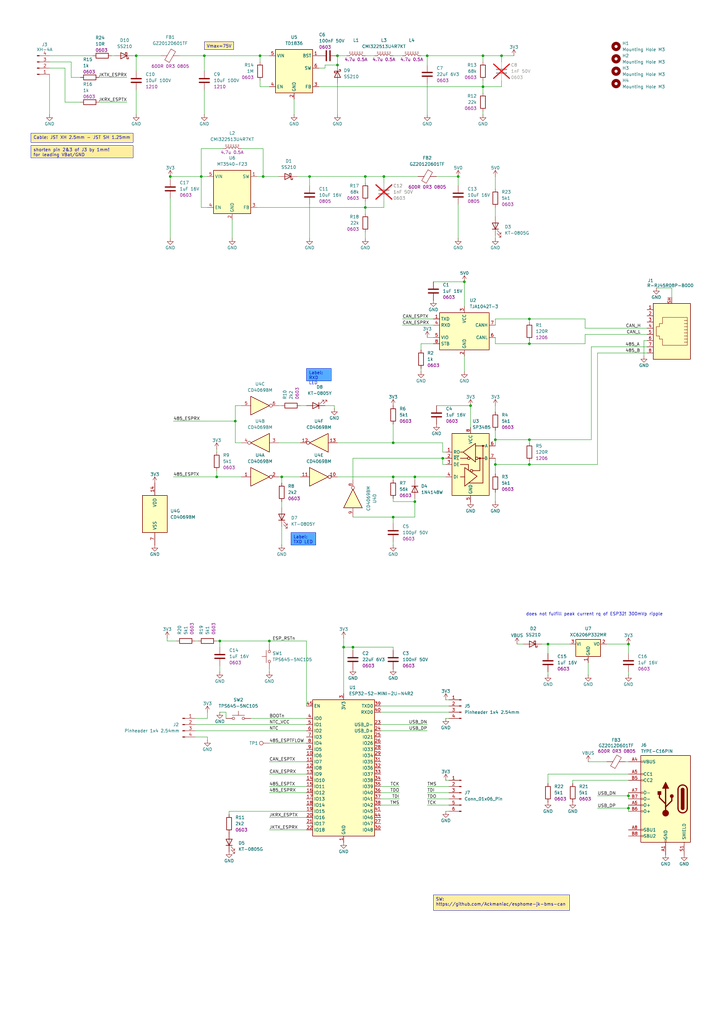
<source format=kicad_sch>
(kicad_sch (version 20250114) (generator "eeschema") (generator_version "9.0")
  (paper "A3" portrait)
  (title_block (title "CAN+RS485 to JK BMS Gateway") (date "2025-05-11") (rev "1. 0") (company "Alexander Schröter (M. Sc.)"))
  (text "does not fulfill peak current rq of ESP32! 300mVp ripple" (at 243.84 251.968 0) (effects (font (size 1.27 1.27))))
  (text_box "Label:\nRXD LED" (at 125.73 151.13 0) (size 10.16 5.08) (margins 0.9525 0.9525 0.9525 0.9525) (fill (type color) (color 84 173 255 1)) (effects (font (size 1.27 1.27)) (justify left top)))
  (text_box "shorten pin 2&3 of J3 by 1mm!\nfor leading VBat/GND" (at 12.7 59.69 0) (size 41.91 5.08) (margins 0.9525 0.9525 0.9525 0.9525) (fill (type color) (color 255 238 160 1)) (effects (font (size 1.27 1.27)) (justify left top)))
  (text_box "Label:\nTXD LED" (at 119.38 218.44 0) (size 10.16 5.08) (margins 0.9525 0.9525 0.9525 0.9525) (fill (type color) (color 84 173 255 1)) (effects (font (size 1.27 1.27)) (justify left top)))
  (text_box "Cable: JST XH 2.5mm - JST SH 1.25mm" (at 12.7 54.61 0) (size 41.91 3.81) (margins 0.9525 0.9525 0.9525 0.9525) (fill (type color) (color 255 238 160 1)) (effects (font (size 1.27 1.27)) (justify left top)))
  (text_box "SW: https://github.com/Ackmaniac/esphome-jk-bms-can" (at 177.8 367.03 0) (size 55.88 6.35) (margins 0.9525 0.9525 0.9525 0.9525) (fill (type color) (color 255 238 160 1)) (effects (font (size 1.27 1.27)) (justify left top)))
  (text_box "Vmax=75V" (at 83.82 17.145 0) (size 12.065 3.175) (margins 0.9525 0.9525 0.9525 0.9525) (fill (type color) (color 255 238 160 1)) (effects (font (size 1.27 1.27)) (justify left top)))
  (junction (at 69.85 72.39))
  (junction (at 106.68 22.86))
  (junction (at 157.48 72.39))
  (junction (at 138.43 22.86))
  (junction (at 170.18 195.58))
  (junction (at 205.74 22.86))
  (junction (at 198.12 22.86))
  (junction (at 82.55 72.39))
  (junction (at 90.17 262.89))
  (junction (at 161.29 181.61))
  (junction (at 161.29 195.58))
  (junction (at 170.18 205.74))
  (junction (at 88.9 195.58))
  (junction (at 149.86 72.39))
  (junction (at 198.12 35.56))
  (junction (at 190.5 115.57))
  (junction (at 83.82 22.86))
  (junction (at 107.95 72.39))
  (junction (at 55.88 22.86))
  (junction (at 217.17 130.81))
  (junction (at 181.61 187.96))
  (junction (at 138.43 26.67))
  (junction (at 110.49 262.89))
  (junction (at 217.17 180.34))
  (junction (at 144.78 265.43))
  (junction (at 115.57 195.58))
  (junction (at 203.2 190.5))
  (junction (at 187.96 72.39))
  (junction (at 96.52 172.72))
  (junction (at 149.86 85.09))
  (junction (at 257.81 326.39))
  (junction (at 224.79 264.16))
  (junction (at 217.17 190.5))
  (junction (at 127 72.39))
  (junction (at 257.81 331.47))
  (junction (at 217.17 140.97))
  (junction (at 175.26 22.86))
  (junction (at 140.97 265.43))
  (junction (at 161.29 212.09))
  (junction (at 203.2 180.34))
  (junction (at 257.81 264.16))
  (junction (at 193.04 166.37))
  (wire (pts (xy 156.21 297.18) (xy 175.26 297.18)))
  (wire (pts (xy 149.86 95.25) (xy 149.86 97.79)))
  (wire (pts (xy 203.2 180.34) (xy 203.2 182.88)))
  (wire (pts (xy 114.3 166.37) (xy 115.57 166.37)))
  (wire (pts (xy 172.72 152.4) (xy 172.72 151.13)))
  (wire (pts (xy 179.07 166.37) (xy 193.04 166.37)))
  (wire (pts (xy 85.09 85.09) (xy 82.55 85.09)))
  (wire (pts (xy 96.52 166.37) (xy 96.52 172.72)))
  (wire (pts (xy 193.04 166.37) (xy 193.04 175.26)))
  (wire (pts (xy 92.71 292.1) (xy 92.71 294.64)))
  (wire (pts (xy 217.17 130.81) (xy 240.03 130.81)))
  (wire (pts (xy 190.5 115.57) (xy 190.5 125.73)))
  (wire (pts (xy 55.88 36.83) (xy 55.88 46.99)))
  (wire (pts (xy 110.49 22.86) (xy 106.68 22.86)))
  (wire (pts (xy 140.97 265.43) (xy 140.97 284.48)))
  (wire (pts (xy 96.52 166.37) (xy 99.06 166.37)))
  (wire (pts (xy 114.3 181.61) (xy 123.19 181.61)))
  (wire (pts (xy 198.12 46.99) (xy 198.12 45.72)))
  (wire (pts (xy 205.74 35.56) (xy 205.74 33.02)))
  (wire (pts (xy 203.2 190.5) (xy 203.2 187.96)))
  (wire (pts (xy 257.81 330.2) (xy 257.81 331.47)))
  (wire (pts (xy 80.01 294.64) (xy 85.09 294.64)))
  (wire (pts (xy 203.2 180.34) (xy 217.17 180.34)))
  (wire (pts (xy 175.26 325.12) (xy 184.15 325.12)))
  (wire (pts (xy 144.78 265.43) (xy 161.29 265.43)))
  (wire (pts (xy 181.61 190.5) (xy 181.61 187.96)))
  (wire (pts (xy 71.12 195.58) (xy 88.9 195.58)))
  (wire (pts (xy 265.43 139.7) (xy 264.16 139.7)))
  (wire (pts (xy 179.07 72.39) (xy 187.96 72.39)))
  (wire (pts (xy 275.59 118.11) (xy 269.24 118.11)))
  (wire (pts (xy 133.35 27.94) (xy 130.81 27.94)))
  (wire (pts (xy 245.11 190.5) (xy 245.11 144.78)))
  (wire (pts (xy 55.88 22.86) (xy 55.88 29.21)))
  (wire (pts (xy 182.88 195.58) (xy 170.18 195.58)))
  (wire (pts (xy 106.68 35.56) (xy 106.68 33.02)))
  (wire (pts (xy 181.61 187.96) (xy 144.78 187.96)))
  (wire (pts (xy 203.2 176.53) (xy 203.2 180.34)))
  (wire (pts (xy 95.25 90.17) (xy 95.25 97.79)))
  (wire (pts (xy 20.32 46.99) (xy 20.32 30.48)))
  (wire (pts (xy 163.83 330.2) (xy 156.21 330.2)))
  (wire (pts (xy 90.17 262.89) (xy 88.9 262.89)))
  (wire (pts (xy 125.73 289.56) (xy 125.73 262.89)))
  (wire (pts (xy 107.95 60.96) (xy 107.95 72.39)))
  (wire (pts (xy 240.03 137.16) (xy 240.03 140.97)))
  (wire (pts (xy 156.21 292.1) (xy 184.15 292.1)))
  (wire (pts (xy 224.79 275.59) (xy 224.79 276.86)))
  (wire (pts (xy 85.09 294.64) (xy 85.09 292.1)))
  (wire (pts (xy 257.81 331.47) (xy 257.81 332.74)))
  (wire (pts (xy 91.44 60.96) (xy 82.55 60.96)))
  (wire (pts (xy 138.43 22.86) (xy 138.43 26.67)))
  (wire (pts (xy 224.79 317.5) (xy 257.81 317.5)))
  (wire (pts (xy 110.49 335.28) (xy 125.73 335.28)))
  (wire (pts (xy 125.73 332.74) (xy 93.98 332.74)))
  (wire (pts (xy 157.48 72.39) (xy 171.45 72.39)))
  (wire (pts (xy 40.64 41.91) (xy 52.07 41.91)))
  (wire (pts (xy 198.12 33.02) (xy 198.12 35.56)))
  (wire (pts (xy 26.67 41.91) (xy 33.02 41.91)))
  (wire (pts (xy 217.17 180.34) (xy 217.17 181.61)))
  (wire (pts (xy 114.3 195.58) (xy 115.57 195.58)))
  (wire (pts (xy 224.79 264.16) (xy 224.79 267.97)))
  (wire (pts (xy 170.18 205.74) (xy 170.18 212.09)))
  (wire (pts (xy 240.03 134.62) (xy 265.43 134.62)))
  (wire (pts (xy 245.11 331.47) (xy 257.81 331.47)))
  (wire (pts (xy 163.83 325.12) (xy 156.21 325.12)))
  (wire (pts (xy 222.25 264.16) (xy 224.79 264.16)))
  (wire (pts (xy 55.88 22.86) (xy 66.04 22.86)))
  (wire (pts (xy 133.35 166.37) (xy 137.16 166.37)))
  (wire (pts (xy 157.48 74.93) (xy 157.48 72.39)))
  (wire (pts (xy 175.26 22.86) (xy 175.26 26.67)))
  (wire (pts (xy 99.06 60.96) (xy 107.95 60.96)))
  (wire (pts (xy 26.67 27.94) (xy 26.67 41.91)))
  (wire (pts (xy 264.16 139.7) (xy 264.16 146.05)))
  (wire (pts (xy 149.86 82.55) (xy 149.86 85.09)))
  (wire (pts (xy 115.57 215.9) (xy 115.57 223.52)))
  (wire (pts (xy 83.82 22.86) (xy 83.82 29.21)))
  (wire (pts (xy 73.66 22.86) (xy 83.82 22.86)))
  (wire (pts (xy 123.19 166.37) (xy 125.73 166.37)))
  (wire (pts (xy 130.81 35.56) (xy 198.12 35.56)))
  (wire (pts (xy 120.65 46.99) (xy 120.65 40.64)))
  (wire (pts (xy 182.88 332.74) (xy 184.15 332.74)))
  (wire (pts (xy 85.09 302.26) (xy 80.01 302.26)))
  (wire (pts (xy 99.06 181.61) (xy 96.52 181.61)))
  (wire (pts (xy 182.88 190.5) (xy 181.61 190.5)))
  (wire (pts (xy 149.86 22.86) (xy 153.67 22.86)))
  (wire (pts (xy 149.86 85.09) (xy 149.86 87.63)))
  (wire (pts (xy 175.26 327.66) (xy 184.15 327.66)))
  (wire (pts (xy 133.35 26.67) (xy 133.35 27.94)))
  (wire (pts (xy 161.29 265.43) (xy 161.29 266.7)))
  (wire (pts (xy 217.17 189.23) (xy 217.17 190.5)))
  (wire (pts (xy 144.78 212.09) (xy 161.29 212.09)))
  (wire (pts (xy 138.43 181.61) (xy 161.29 181.61)))
  (wire (pts (xy 242.57 142.24) (xy 265.43 142.24)))
  (wire (pts (xy 203.2 201.93) (xy 203.2 205.74)))
  (wire (pts (xy 240.03 134.62) (xy 240.03 130.81)))
  (wire (pts (xy 110.49 35.56) (xy 106.68 35.56)))
  (wire (pts (xy 110.49 262.89) (xy 110.49 264.16)))
  (wire (pts (xy 203.2 190.5) (xy 217.17 190.5)))
  (wire (pts (xy 161.29 181.61) (xy 181.61 181.61)))
  (wire (pts (xy 144.78 187.96) (xy 144.78 196.85)))
  (wire (pts (xy 82.55 85.09) (xy 82.55 72.39)))
  (wire (pts (xy 137.16 167.64) (xy 137.16 166.37)))
  (wire (pts (xy 187.96 72.39) (xy 187.96 76.2)))
  (wire (pts (xy 157.48 85.09) (xy 157.48 82.55)))
  (wire (pts (xy 161.29 222.25) (xy 161.29 223.52)))
  (wire (pts (xy 20.32 27.94) (xy 26.67 27.94)))
  (wire (pts (xy 88.9 193.04) (xy 88.9 195.58)))
  (wire (pts (xy 217.17 130.81) (xy 217.17 132.08)))
  (wire (pts (xy 205.74 22.86) (xy 205.74 25.4)))
  (wire (pts (xy 275.59 121.92) (xy 275.59 118.11)))
  (wire (pts (xy 40.64 31.75) (xy 52.07 31.75)))
  (wire (pts (xy 203.2 166.37) (xy 203.2 168.91)))
  (wire (pts (xy 161.29 214.63) (xy 161.29 212.09)))
  (wire (pts (xy 163.83 327.66) (xy 156.21 327.66)))
  (wire (pts (xy 182.88 320.04) (xy 184.15 320.04)))
  (wire (pts (xy 198.12 22.86) (xy 198.12 25.4)))
  (wire (pts (xy 96.52 172.72) (xy 96.52 181.61)))
  (wire (pts (xy 69.85 81.28) (xy 69.85 97.79)))
  (wire (pts (xy 257.81 264.16) (xy 257.81 267.97)))
  (wire (pts (xy 149.86 85.09) (xy 157.48 85.09)))
  (wire (pts (xy 156.21 299.72) (xy 175.26 299.72)))
  (wire (pts (xy 248.92 264.16) (xy 257.81 264.16)))
  (wire (pts (xy 241.3 271.78) (xy 241.3 276.86)))
  (wire (pts (xy 127 72.39) (xy 121.92 72.39)))
  (wire (pts (xy 82.55 60.96) (xy 82.55 72.39)))
  (wire (pts (xy 29.21 25.4) (xy 20.32 25.4)))
  (wire (pts (xy 115.57 205.74) (xy 115.57 208.28)))
  (wire (pts (xy 93.98 332.74) (xy 93.98 334.01)))
  (wire (pts (xy 203.2 96.52) (xy 203.2 97.79)))
  (wire (pts (xy 175.26 22.86) (xy 198.12 22.86)))
  (wire (pts (xy 83.82 36.83) (xy 83.82 46.99)))
  (wire (pts (xy 85.09 303.53) (xy 85.09 302.26)))
  (wire (pts (xy 241.3 312.42) (xy 248.92 312.42)))
  (wire (pts (xy 165.1 133.35) (xy 177.8 133.35)))
  (wire (pts (xy 172.72 140.97) (xy 172.72 143.51)))
  (wire (pts (xy 217.17 190.5) (xy 245.11 190.5)))
  (wire (pts (xy 127 83.82) (xy 127 97.79)))
  (wire (pts (xy 182.88 294.64) (xy 184.15 294.64)))
  (wire (pts (xy 170.18 195.58) (xy 161.29 195.58)))
  (wire (pts (xy 190.5 152.4) (xy 190.5 146.05)))
  (wire (pts (xy 175.26 330.2) (xy 184.15 330.2)))
  (wire (pts (xy 257.81 276.86) (xy 257.81 275.59)))
  (wire (pts (xy 203.2 140.97) (xy 203.2 138.43)))
  (wire (pts (xy 144.78 265.43) (xy 140.97 265.43)))
  (wire (pts (xy 115.57 195.58) (xy 123.19 195.58)))
  (wire (pts (xy 198.12 35.56) (xy 205.74 35.56)))
  (wire (pts (xy 257.81 326.39) (xy 257.81 327.66)))
  (wire (pts (xy 240.03 137.16) (xy 265.43 137.16)))
  (wire (pts (xy 170.18 195.58) (xy 170.18 196.85)))
  (wire (pts (xy 203.2 130.81) (xy 203.2 133.35)))
  (wire (pts (xy 181.61 185.42) (xy 182.88 185.42)))
  (wire (pts (xy 161.29 22.86) (xy 165.1 22.86)))
  (wire (pts (xy 110.49 340.36) (xy 125.73 340.36)))
  (wire (pts (xy 175.26 322.58) (xy 184.15 322.58)))
  (wire (pts (xy 102.87 294.64) (xy 125.73 294.64)))
  (wire (pts (xy 110.49 325.12) (xy 125.73 325.12)))
  (wire (pts (xy 54.61 22.86) (xy 55.88 22.86)))
  (wire (pts (xy 90.17 275.59) (xy 90.17 273.05)))
  (wire (pts (xy 198.12 22.86) (xy 205.74 22.86)))
  (wire (pts (xy 83.82 22.86) (xy 106.68 22.86)))
  (wire (pts (xy 133.35 26.67) (xy 138.43 26.67)))
  (wire (pts (xy 161.29 195.58) (xy 161.29 196.85)))
  (wire (pts (xy 257.81 325.12) (xy 257.81 326.39)))
  (wire (pts (xy 161.29 173.99) (xy 161.29 181.61)))
  (wire (pts (xy 182.88 287.02) (xy 184.15 287.02)))
  (wire (pts (xy 161.29 204.47) (xy 161.29 205.74)))
  (wire (pts (xy 245.11 144.78) (xy 265.43 144.78)))
  (wire (pts (xy 149.86 72.39) (xy 127 72.39)))
  (wire (pts (xy 45.72 22.86) (xy 46.99 22.86)))
  (wire (pts (xy 170.18 204.47) (xy 170.18 205.74)))
  (wire (pts (xy 187.96 83.82) (xy 187.96 97.79)))
  (wire (pts (xy 110.49 262.89) (xy 125.73 262.89)))
  (wire (pts (xy 234.95 320.04) (xy 257.81 320.04)))
  (wire (pts (xy 99.06 195.58) (xy 88.9 195.58)))
  (wire (pts (xy 163.83 322.58) (xy 156.21 322.58)))
  (wire (pts (xy 234.95 320.04) (xy 234.95 321.31)))
  (wire (pts (xy 203.2 140.97) (xy 217.17 140.97)))
  (wire (pts (xy 20.32 22.86) (xy 38.1 22.86)))
  (wire (pts (xy 198.12 35.56) (xy 198.12 38.1)))
  (wire (pts (xy 80.01 262.89) (xy 81.28 262.89)))
  (wire (pts (xy 149.86 72.39) (xy 149.86 74.93)))
  (wire (pts (xy 72.39 262.89) (xy 68.58 262.89)))
  (wire (pts (xy 110.49 322.58) (xy 125.73 322.58)))
  (wire (pts (xy 29.21 31.75) (xy 29.21 25.4)))
  (wire (pts (xy 80.01 299.72) (xy 125.73 299.72)))
  (wire (pts (xy 88.9 184.15) (xy 88.9 185.42)))
  (wire (pts (xy 203.2 77.47) (xy 203.2 72.39)))
  (wire (pts (xy 138.43 22.86) (xy 142.24 22.86)))
  (wire (pts (xy 217.17 139.7) (xy 217.17 140.97)))
  (wire (pts (xy 256.54 312.42) (xy 257.81 312.42)))
  (wire (pts (xy 177.8 115.57) (xy 190.5 115.57)))
  (wire (pts (xy 175.26 34.29) (xy 175.26 46.99)))
  (wire (pts (xy 203.2 85.09) (xy 203.2 88.9)))
  (wire (pts (xy 175.26 138.43) (xy 177.8 138.43)))
  (wire (pts (xy 138.43 195.58) (xy 161.29 195.58)))
  (wire (pts (xy 161.29 205.74) (xy 170.18 205.74)))
  (wire (pts (xy 68.58 262.89) (xy 68.58 261.62)))
  (wire (pts (xy 82.55 72.39) (xy 85.09 72.39)))
  (wire (pts (xy 127 72.39) (xy 127 76.2)))
  (wire (pts (xy 165.1 130.81) (xy 177.8 130.81)))
  (wire (pts (xy 156.21 289.56) (xy 184.15 289.56)))
  (wire (pts (xy 106.68 22.86) (xy 106.68 25.4)))
  (wire (pts (xy 245.11 326.39) (xy 257.81 326.39)))
  (wire (pts (xy 90.17 262.89) (xy 110.49 262.89)))
  (wire (pts (xy 224.79 317.5) (xy 224.79 321.31)))
  (wire (pts (xy 110.49 312.42) (xy 125.73 312.42)))
  (wire (pts (xy 144.78 265.43) (xy 144.78 266.7)))
  (wire (pts (xy 224.79 264.16) (xy 233.68 264.16)))
  (wire (pts (xy 110.49 304.8) (xy 125.73 304.8)))
  (wire (pts (xy 177.8 140.97) (xy 172.72 140.97)))
  (wire (pts (xy 242.57 142.24) (xy 242.57 180.34)))
  (wire (pts (xy 69.85 72.39) (xy 69.85 73.66)))
  (wire (pts (xy 90.17 265.43) (xy 90.17 262.89)))
  (wire (pts (xy 217.17 180.34) (xy 242.57 180.34)))
  (wire (pts (xy 115.57 198.12) (xy 115.57 195.58)))
  (wire (pts (xy 181.61 181.61) (xy 181.61 185.42)))
  (wire (pts (xy 110.49 317.5) (xy 125.73 317.5)))
  (wire (pts (xy 203.2 130.81) (xy 217.17 130.81)))
  (wire (pts (xy 203.2 190.5) (xy 203.2 194.31)))
  (wire (pts (xy 114.3 72.39) (xy 107.95 72.39)))
  (wire (pts (xy 181.61 187.96) (xy 182.88 187.96)))
  (wire (pts (xy 80.01 297.18) (xy 125.73 297.18)))
  (wire (pts (xy 217.17 140.97) (xy 240.03 140.97)))
  (wire (pts (xy 149.86 72.39) (xy 157.48 72.39)))
  (wire (pts (xy 161.29 212.09) (xy 170.18 212.09)))
  (wire (pts (xy 110.49 274.32) (xy 110.49 275.59)))
  (wire (pts (xy 172.72 22.86) (xy 175.26 22.86)))
  (wire (pts (xy 210.82 22.86) (xy 205.74 22.86)))
  (wire (pts (xy 29.21 31.75) (xy 33.02 31.75)))
  (wire (pts (xy 69.85 72.39) (xy 82.55 72.39)))
  (wire (pts (xy 138.43 46.99) (xy 138.43 34.29)))
  (wire (pts (xy 140.97 265.43) (xy 140.97 261.62)))
  (wire (pts (xy 212.09 264.16) (xy 214.63 264.16)))
  (wire (pts (xy 71.12 172.72) (xy 96.52 172.72)))
  (wire (pts (xy 105.41 85.09) (xy 149.86 85.09)))
  (wire (pts (xy 107.95 72.39) (xy 105.41 72.39)))
  (wire (pts (xy 90.17 292.1) (xy 92.71 292.1)))
  (label "485_B" (at 256.54 144.78 0))
  (label "485_ESPTX" (at 71.1303 195.58 0))
  (label "CAN_ESPRX" (at 165.1 133.35 0))
  (label "JKTX_ESPRX" (at 52.07 31.75 180))
  (label "NTC_VCC" (at 110.49 297.18 0))
  (label "485_ESPRX" (at 110.49 325.12 0))
  (label "CAN_H" (at 262.89 134.62 180))
  (label "USB_DN" (at 245.11 326.39 0))
  (label "NTC" (at 110.49 299.72 0))
  (label "JKRX_ESPTX" (at 110.49 335.28 0))
  (label "JKRX_ESPTX" (at 52.07 41.91 180))
  (label "BOOTn" (at 110.49 294.64 0))
  (label "TCK" (at 175.26 330.2 0))
  (label "TDO" (at 163.83 325.12 180))
  (label "USB_DP" (at 175.26 299.72 180))
  (label "TDI" (at 163.83 327.66 180))
  (label "TDO" (at 175.26 327.66 0))
  (label "CAN_ESPTX" (at 165.1 130.81 0))
  (label "JKTX_ESPRX" (at 110.49 340.36 0))
  (label "TCK" (at 163.83 322.58 180))
  (label "485_A" (at 256.54 142.24 0))
  (label "CAN_ESPRX" (at 110.49 317.5 0))
  (label "CAN_L" (at 262.89 137.16 180))
  (label "CAN_ESPTX" (at 110.49 312.42 0))
  (label "485_ESPRX" (at 71.12 172.72 0))
  (label "485_ESPTFLOW" (at 110.49 304.8 0))
  (label "485_ESPTX" (at 110.49 322.58 0))
  (label "ESP_RSTn" (at 111.76 262.89 0))
  (label "TMS" (at 163.83 330.2 180))
  (label "TDI" (at 175.26 325.12 0))
  (label "USB_DP" (at 245.11 331.47 0))
  (label "TMS" (at 175.26 322.58 0))
  (label "USB_DN" (at 175.26 297.18 180))
  (symbol (lib_id "power:GND") (at 241.3 276.86 0) (unit 1)
    (property "Reference" "#PWR054" (effects (hide yes)))
    (property "Value" "GND" (at 241.3 280.67 0))
    (property "Description" "Power symbol creates a global label with name \"GND\" , ground" (effects (hide yes)))
  )
  (symbol (lib_id "Device:C") (at 179.07 170.18 0) (unit 1)
    (property "Reference" "C4" (at 182.88 167.64 0) (effects (justify left)))
    (property "Value" "1uF 16V" (at 182.88 170.18 0) (effects (justify left)))
    (property "Footprint" "Capacitor_SMD:C_0603_1608Metric" (effects (hide yes)))
    (property "Description" "Unpolarized capacitor" (effects (hide yes)))
    (property "Package" "0603" (at 182.88 172.72 0) (effects (justify left)))
    (property "LCSC" "C1592" (effects (hide yes)))
  )
  (symbol (lib_id "Device:R") (at 41.91 22.86 90) (unit 1)
    (property "Reference" "R24" (at 39.116 15.494 90) (effects (justify right)))
    (property "Value" "10R" (at 39.116 18.034 90) (effects (justify right)))
    (property "Footprint" "Resistor_SMD:R_0603_1608Metric" (effects (hide yes)))
    (property "Description" "Resistor" (effects (hide yes)))
    (property "Package" "0603" (at 39.116 20.5741 90) (effects (justify right)))
    (property "LCSC" "C21190" (effects (hide yes)))
  )
  (symbol (lib_id "Device:R") (at 203.2 81.28 0) (unit 1)
    (property "Reference" "R23" (at 205.74 78.74 0) (effects (justify left)))
    (property "Value" "5k1" (at 205.74 81.28 0) (effects (justify left)))
    (property "Footprint" "Resistor_SMD:R_0603_1608Metric" (effects (hide yes)))
    (property "Description" "Resistor" (effects (hide yes)))
    (property "Package" "0603" (at 205.74 83.8201 0) (effects (justify left)))
    (property "LCSC" "C23186" (effects (hide yes)))
  )
  (symbol (lib_id "power:GND") (at 203.2 205.74 0) (unit 1)
    (property "Reference" "#PWR016" (effects (hide yes)))
    (property "Value" "GND" (at 203.2 209.55 0))
    (property "Description" "Power symbol creates a global label with name \"GND\" , ground" (effects (hide yes)))
  )
  (symbol (lib_id "power:GND") (at 190.5 152.4 0) (unit 1)
    (property "Reference" "#PWR08" (effects (hide yes)))
    (property "Value" "GND" (at 190.5 156.21 0))
    (property "Description" "Power symbol creates a global label with name \"GND\" , ground" (effects (hide yes)))
  )
  (symbol (lib_id "Device:C") (at 90.17 269.24 0) (unit 1)
    (property "Reference" "C14" (at 93.98 266.7 0) (effects (justify left)))
    (property "Value" "1uF 16V" (at 93.98 269.24 0) (effects (justify left)))
    (property "Footprint" "Capacitor_SMD:C_0603_1608Metric" (effects (hide yes)))
    (property "Description" "Unpolarized capacitor" (effects (hide yes)))
    (property "Package" "0603" (at 93.98 271.78 0) (effects (justify left)))
    (property "LCSC" "C1592" (effects (hide yes)))
  )
  (symbol (lib_id "Device:C") (at 69.85 77.47 0) (unit 1)
    (property "Reference" "C17" (at 73.66 74.93 0) (effects (justify left)))
    (property "Value" "1uF 16V" (at 73.66 77.47 0) (effects (justify left)))
    (property "Footprint" "Capacitor_SMD:C_0603_1608Metric" (effects (hide yes)))
    (property "Description" "Unpolarized capacitor" (effects (hide yes)))
    (property "Package" "0603" (at 73.66 80.01 0) (effects (justify left)))
    (property "LCSC" "C1592" (effects (hide yes)))
  )
  (symbol (lib_id "Device:L_Ferrite") (at 95.25 60.96 90) (unit 1)
    (property "Reference" "L2" (at 95.25 54.61 90))
    (property "Value" "CMI322513U4R7KT" (at 95.25 57.15 90))
    (property "Footprint" "Inductor_SMD:L_1210_3225Metric" (effects (hide yes)))
    (property "Description" "4.7u 0.5A" (at 95.25 62.484 90))
    (property "LCSC" "C60534" (effects (hide yes)))
  )
  (symbol (lib_id "Device:LED") (at 129.54 166.37 180) (unit 1)
    (property "Reference" "D8" (at 131.1275 158.75 0))
    (property "Value" "KT-0805Y" (at 131.1275 161.29 0))
    (property "Footprint" "LED_SMD:LED_0805_2012Metric" (effects (hide yes)))
    (property "Description" "Light emitting diode" (effects (hide yes)))
    (property "Sim.Pins" "1=K 2=A" (effects (hide yes)))
    (property "LCSC" "C2296" (effects (hide yes)))
  )
  (symbol (lib_id "power:+3V3") (at 203.2 72.39 0) (unit 1)
    (property "Reference" "#PWR058" (effects (hide yes)))
    (property "Value" "5V0" (at 203.2 68.834 0))
    (property "Description" "Power symbol creates a global label with name \"+3V3\"" (effects (hide yes)))
  )
  (symbol (lib_id "power:GND") (at 85.09 303.53 0) (unit 1)
    (property "Reference" "#PWR060" (effects (hide yes)))
    (property "Value" "GND" (at 85.09 307.34 0))
    (property "Description" "Power symbol creates a global label with name \"GND\" , ground" (effects (hide yes)))
  )
  (symbol (lib_id "4xxx:4069") (at 144.78 204.47 270) (mirror x) (unit 4)
    (property "Reference" "U4" (at 153.67 204.47 0))
    (property "Value" "CD4069BM" (at 151.13 204.47 0))
    (property "Footprint" "Package_SO:SOIC-14_3.9x8.7mm_P1.27mm" (effects (hide yes)))
    (property "Datasheet" "http://www.intersil.com/content/dam/Intersil/documents/cd40/cd4069ubms.pdf" (effects (hide yes)))
    (property "Description" "Hex inverter" (effects (hide yes)))
    (property "LCSC" "C22384785" (effects (hide yes)))
  )
  (symbol (lib_id "power:GND") (at 198.12 46.99 0) (unit 1)
    (property "Reference" "#PWR030" (effects (hide yes)))
    (property "Value" "GND" (at 198.12 50.8 0))
    (property "Description" "Power symbol creates a global label with name \"GND\" , ground" (effects (hide yes)))
  )
  (symbol (lib_id "Device:C") (at 175.26 30.48 0) (unit 1)
    (property "Reference" "C7" (at 179.07 27.94 0) (effects (justify left)))
    (property "Value" "22uF 6V3" (at 179.07 30.48 0) (effects (justify left)))
    (property "Footprint" "Capacitor_SMD:C_0603_1608Metric" (effects (hide yes)))
    (property "Datasheet" "CL10A226MQ8NRNC" (effects (hide yes)))
    (property "Description" "Unpolarized capacitor" (effects (hide yes)))
    (property "Package" "0603" (at 179.07 33.0201 0) (effects (justify left)))
    (property "LCSC" "C59461" (effects (hide yes)))
  )
  (symbol (lib_id "power:GND") (at 161.29 274.32 0) (unit 1)
    (property "Reference" "#PWR06" (effects (hide yes)))
    (property "Value" "GND" (at 161.29 278.13 0))
    (property "Description" "Power symbol creates a global label with name \"GND\" , ground" (effects (hide yes)))
  )
  (symbol (lib_id "Regulator_Linear:XC6206PxxxMR") (at 241.3 264.16 0) (unit 1)
    (property "Reference" "U7" (at 241.3 257.81 0))
    (property "Value" "XC6206P332MR" (at 241.3 260.35 0))
    (property "Footprint" "Package_TO_SOT_SMD:SOT-23-3" (effects (hide yes)))
    (property "Datasheet" "https://www.torexsemi.com/file/xc6206/XC6206.pdf" (effects (hide yes)))
    (property "Description" "Positive 60-250mA Low Dropout Regulator, Fixed Output, SOT-23" (effects (hide yes)))
    (property "LCSC" "C5446" (effects (hide yes)))
  )
  (symbol (lib_id "power:GND") (at 224.79 328.93 0) (unit 1)
    (property "Reference" "#PWR050" (effects (hide yes)))
    (property "Value" "GND" (at 224.79 332.74 0))
    (property "Description" "Power symbol creates a global label with name \"GND\" , ground" (effects (hide yes)))
  )
  (symbol (lib_id "power:GND") (at 90.17 275.59 0) (unit 1)
    (property "Reference" "#PWR040" (effects (hide yes)))
    (property "Value" "GND" (at 90.17 279.4 0))
    (property "Description" "Power symbol creates a global label with name \"GND\" , ground" (effects (hide yes)))
  )
  (symbol (lib_id "power:GND") (at 144.78 274.32 0) (unit 1)
    (property "Reference" "#PWR05" (effects (hide yes)))
    (property "Value" "GND" (at 144.78 278.13 0))
    (property "Description" "Power symbol creates a global label with name \"GND\" , ground" (effects (hide yes)))
  )
  (symbol (lib_id "power:+3V3") (at 140.97 261.62 0) (unit 1)
    (property "Reference" "#PWR010" (effects (hide yes)))
    (property "Value" "3V3" (at 140.97 258.064 0))
    (property "Description" "Power symbol creates a global label with name \"+3V3\"" (effects (hide yes)))
  )
  (symbol (lib_id "Switch:SW_Push") (at 97.79 294.64 0) (unit 1)
    (property "Reference" "SW2" (at 97.79 287.02 0))
    (property "Value" "TPS645-5NC105" (at 97.79 289.56 0))
    (property "Footprint" "Button_Switch_SMD:SW_SPST_PTS645" (effects (hide yes)))
    (property "Description" "Push button switch, generic, two pins" (effects (hide yes)))
    (property "LCSC" "C19191549" (effects (hide yes)))
  )
  (symbol (lib_id "Device:C") (at 157.48 78.74 0) (unit 1) (dnp yes)
    (property "Reference" "C12" (at 161.29 76.2 0) (effects (justify left)))
    (property "Value" "1nF 50V" (at 161.29 78.74 0) (effects (justify left)))
    (property "Footprint" "Capacitor_SMD:C_0603_1608Metric" (effects (hide yes)))
    (property "Description" "Unpolarized capacitor" (effects (hide yes)))
    (property "Package" "0603" (at 161.29 81.2801 0) (effects (justify left)))
    (property "LCSC" "C1588" (effects (hide yes)))
  )
  (symbol (lib_id "Connector:Conn_01x04_Pin") (at 189.23 289.56 0) (mirror y) (unit 1)
    (property "Reference" "J5" (at 190.5 289.5599 0) (effects (justify right)))
    (property "Value" "Pinheader 1x4 2.54mm" (at 190.5 292.0999 0) (effects (justify right)))
    (property "Footprint" "Connector_PinHeader_2.54mm:PinHeader_1x04_P2.54mm_Vertical" (effects (hide yes)))
    (property "Description" "Generic connector, single row, 01x04, script generated" (effects (hide yes)))
  )
  (symbol (lib_id "Device:FerriteBead") (at 252.73 312.42 90) (unit 1)
    (property "Reference" "FB3" (at 252.73 303.53 90))
    (property "Value" "GZ2012D601TF" (at 252.73 305.816 90))
    (property "Footprint" "Inductor_SMD:L_0805_2012Metric" (effects (hide yes)))
    (property "Description" "600R 0R3 0805" (at 252.984 308.102 90))
    (property "LCSC" "C1017" (effects (hide yes)))
  )
  (symbol (lib_id "Diode:SS210") (at 118.11 72.39 180) (unit 1)
    (property "Reference" "D1" (at 118.4275 66.04 0))
    (property "Value" "SS210" (at 118.4275 68.58 0))
    (property "Footprint" "Diode_SMD:D_SMA" (effects (hide yes)))
    (property "Datasheet" "https://www.wontop.com/uploadfiles/56/sort_excel/pdf/ss22.pdf" (effects (hide yes)))
    (property "Description" "100V 2A Schottky Diode, SMA" (effects (hide yes)))
    (property "LCSV" "C14996" (effects (hide yes)))
  )
  (symbol (lib_id "Diode:SS210") (at 138.43 30.48 270) (unit 1)
    (property "Reference" "D9" (at 140.97 28.8924 90) (effects (justify left)))
    (property "Value" "SS210" (at 140.97 31.4324 90) (effects (justify left)))
    (property "Footprint" "Diode_SMD:D_SMA" (effects (hide yes)))
    (property "Datasheet" "https://www.wontop.com/uploadfiles/56/sort_excel/pdf/ss22.pdf" (effects (hide yes)))
    (property "Description" "100V 2A Schottky Diode, SMA" (effects (hide yes)))
    (property "LCSV" "C14996" (effects (hide yes)))
  )
  (symbol (lib_id "power:+3V3") (at 161.29 166.37 0) (unit 1)
    (property "Reference" "#PWR021" (effects (hide yes)))
    (property "Value" "3V3" (at 161.29 162.814 0))
    (property "Description" "Power symbol creates a global label with name \"+3V3\"" (effects (hide yes)))
  )
  (symbol (lib_id "Connector:Conn_01x04_Pin") (at 15.24 27.94 0) (mirror x) (unit 1)
    (property "Reference" "J3" (at 18.288 18.288 0))
    (property "Value" "XH-4A" (at 18.288 20.32 0))
    (property "Footprint" "Connector_JST:JST_XH_B4B-XH-A_1x04_P2.50mm_Vertical" (effects (hide yes)))
    (property "Description" "Generic connector, single row, 01x04, script generated" (effects (hide yes)))
  )
  (symbol (lib_id "4xxx:4069") (at 106.68 166.37 0) (unit 3)
    (property "Reference" "U4" (at 106.68 157.48 0))
    (property "Value" "CD4069BM" (at 106.68 160.02 0))
    (property "Footprint" "Package_SO:SOIC-14_3.9x8.7mm_P1.27mm" (effects (hide yes)))
    (property "Datasheet" "http://www.intersil.com/content/dam/Intersil/documents/cd40/cd4069ubms.pdf" (effects (hide yes)))
    (property "Description" "Hex inverter" (effects (hide yes)))
    (property "LCSC" "C22384785" (effects (hide yes)))
  )
  (symbol (lib_id "power:GND") (at 187.96 97.79 0) (unit 1)
    (property "Reference" "#PWR039" (effects (hide yes)))
    (property "Value" "GND" (at 187.96 101.6 0))
    (property "Description" "Power symbol creates a global label with name \"GND\" , ground" (effects (hide yes)))
  )
  (symbol (lib_id "power:GND") (at 203.2 97.79 0) (unit 1)
    (property "Reference" "#PWR057" (effects (hide yes)))
    (property "Value" "GND" (at 203.2 101.6 0))
    (property "Description" "Power symbol creates a global label with name \"GND\" , ground" (effects (hide yes)))
  )
  (symbol (lib_id "power:GND") (at 127 97.79 0) (unit 1)
    (property "Reference" "#PWR037" (effects (hide yes)))
    (property "Value" "GND" (at 127 101.6 0))
    (property "Description" "Power symbol creates a global label with name \"GND\" , ground" (effects (hide yes)))
  )
  (symbol (lib_id "Device:R") (at 161.29 170.18 0) (unit 1)
    (property "Reference" "R6" (at 163.83 167.64 0) (effects (justify left)))
    (property "Value" "5k1" (at 163.83 170.18 0) (effects (justify left)))
    (property "Footprint" "Resistor_SMD:R_0603_1608Metric" (effects (hide yes)))
    (property "Description" "Resistor" (effects (hide yes)))
    (property "Package" "0603" (at 163.83 172.7201 0) (effects (justify left)))
    (property "LCSC" "C23186" (effects (hide yes)))
  )
  (symbol (lib_id "power:+3V3") (at 257.81 264.16 0) (unit 1)
    (property "Reference" "#PWR056" (effects (hide yes)))
    (property "Value" "3V3" (at 257.81 260.604 0))
    (property "Description" "Power symbol creates a global label with name \"+3V3\"" (effects (hide yes)))
  )
  (symbol (lib_id "Device:C") (at 257.81 271.78 0) (unit 1)
    (property "Reference" "C16" (at 261.62 269.24 0) (effects (justify left)))
    (property "Value" "1uF 16V" (at 261.62 271.78 0) (effects (justify left)))
    (property "Footprint" "Capacitor_SMD:C_0603_1608Metric" (effects (hide yes)))
    (property "Description" "Unpolarized capacitor" (effects (hide yes)))
    (property "Package" "0603" (at 261.62 274.32 0) (effects (justify left)))
    (property "LCSC" "C1592" (effects (hide yes)))
  )
  (symbol (lib_id "Device:R") (at 203.2 172.72 0) (unit 1)
    (property "Reference" "R4" (at 205.74 170.18 0) (effects (justify left)))
    (property "Value" "5k1" (at 205.74 172.72 0) (effects (justify left)))
    (property "Footprint" "Resistor_SMD:R_0603_1608Metric" (effects (hide yes)))
    (property "Description" "Resistor" (effects (hide yes)))
    (property "Package" "0603" (at 205.74 175.2601 0) (effects (justify left)))
    (property "LCSC" "C23186" (effects (hide yes)))
  )
  (symbol (lib_id "power:GND") (at 273.05 350.52 0) (unit 1)
    (property "Reference" "#PWR047" (effects (hide yes)))
    (property "Value" "GND" (at 273.05 354.33 0))
    (property "Description" "Power symbol creates a global label with name \"GND\" , ground" (effects (hide yes)))
  )
  (symbol (lib_id "Connector:Conn_01x06_Pin") (at 189.23 325.12 0) (mirror y) (unit 1)
    (property "Reference" "J7" (at 190.5 325.1199 0) (effects (justify right)))
    (property "Value" "Conn_01x06_Pin" (at 190.5 327.6599 0) (effects (justify right)))
    (property "Footprint" "Connector_PinHeader_2.54mm:PinHeader_1x06_P2.54mm_Vertical" (effects (hide yes)))
    (property "Description" "Generic connector, single row, 01x06, script generated" (effects (hide yes)))
  )
  (symbol (lib_id "Device:C") (at 187.96 80.01 0) (unit 1)
    (property "Reference" "C13" (at 191.77 77.47 0) (effects (justify left)))
    (property "Value" "10uF 16V" (at 191.77 80.01 0) (effects (justify left)))
    (property "Footprint" "Capacitor_SMD:C_0805_2012Metric" (effects (hide yes)))
    (property "Datasheet" "CL21A106KOQNNNE" (effects (hide yes)))
    (property "Description" "Unpolarized capacitor" (effects (hide yes)))
    (property "Package" "0805" (at 191.77 82.5501 0) (effects (justify left)))
    (property "LCSC" "C1713" (effects (hide yes)))
  )
  (symbol (lib_id "Mechanical:MountingHole") (at 252.73 19.05 0) (unit 1) (in_bom no)
    (property "Reference" "H1" (at 255.27 17.7799 0) (effects (justify left)))
    (property "Value" "Mounting Hole M3" (at 255.27 20.3199 0) (effects (justify left)))
    (property "Footprint" "MountingHole:MountingHole_3.2mm_M3_ISO7380" (effects (hide yes)))
    (property "Description" "Mounting Hole without connection" (effects (hide yes)))
  )
  (symbol (lib_id "Device:C") (at 224.79 271.78 0) (unit 1)
    (property "Reference" "C15" (at 228.6 269.24 0) (effects (justify left)))
    (property "Value" "1uF 16V" (at 228.6 271.78 0) (effects (justify left)))
    (property "Footprint" "Capacitor_SMD:C_0603_1608Metric" (effects (hide yes)))
    (property "Description" "Unpolarized capacitor" (effects (hide yes)))
    (property "Package" "0603" (at 228.6 274.32 0) (effects (justify left)))
    (property "LCSC" "C1592" (effects (hide yes)))
  )
  (symbol (lib_id "Device:C") (at 161.29 218.44 0) (unit 1)
    (property "Reference" "C5" (at 165.1 215.9 0) (effects (justify left)))
    (property "Value" "100pF 50V" (at 165.1 218.44 0) (effects (justify left)))
    (property "Footprint" "Capacitor_SMD:C_0603_1608Metric" (effects (hide yes)))
    (property "Description" "Unpolarized capacitor" (effects (hide yes)))
    (property "Package" "0603" (at 165.1 220.98 0) (effects (justify left)))
    (property "LCSC" "C14858" (effects (hide yes)))
  )
  (symbol (lib_id "power:+3V3") (at 63.5 198.12 0) (unit 1)
    (property "Reference" "#PWR023" (effects (hide yes)))
    (property "Value" "3V3" (at 63.5 194.564 0))
    (property "Description" "Power symbol creates a global label with name \"+3V3\"" (effects (hide yes)))
  )
  (symbol (lib_id "power:GND") (at 175.26 46.99 0) (unit 1)
    (property "Reference" "#PWR029" (effects (hide yes)))
    (property "Value" "GND" (at 175.26 50.8 0))
    (property "Description" "Power symbol creates a global label with name \"GND\" , ground" (effects (hide yes)))
  )
  (symbol (lib_id "power:+3V3") (at 69.85 72.39 0) (unit 1)
    (property "Reference" "#PWR019" (effects (hide yes)))
    (property "Value" "3V3" (at 69.85 68.834 0))
    (property "Description" "Power symbol creates a global label with name \"+3V3\"" (effects (hide yes)))
  )
  (symbol (lib_id "power:GND") (at 63.5 223.52 0) (unit 1)
    (property "Reference" "#PWR024" (effects (hide yes)))
    (property "Value" "GND" (at 63.5 227.33 0))
    (property "Description" "Power symbol creates a global label with name \"GND\" , ground" (effects (hide yes)))
  )
  (symbol (lib_id "power:GND") (at 224.79 276.86 0) (unit 1)
    (property "Reference" "#PWR055" (effects (hide yes)))
    (property "Value" "GND" (at 224.79 280.67 0))
    (property "Description" "Power symbol creates a global label with name \"GND\" , ground" (effects (hide yes)))
  )
  (symbol (lib_id "Device:R") (at 85.09 262.89 90) (unit 1)
    (property "Reference" "R19" (at 82.55 260.35 0) (effects (justify left)))
    (property "Value" "5k1" (at 85.09 260.35 0) (effects (justify left)))
    (property "Footprint" "Resistor_SMD:R_0603_1608Metric" (effects (hide yes)))
    (property "Description" "Resistor" (effects (hide yes)))
    (property "Package" "0603" (at 87.6301 260.35 0) (effects (justify left)))
    (property "LCSC" "C23186" (effects (hide yes)))
  )
  (symbol (lib_id "power:+3V3") (at 182.88 320.04 0) (unit 1)
    (property "Reference" "#PWR045" (effects (hide yes)))
    (property "Value" "3V3" (at 182.88 316.484 0))
    (property "Description" "Power symbol creates a global label with name \"+3V3\"" (effects (hide yes)))
  )
  (symbol (lib_id "Device:R") (at 198.12 29.21 0) (mirror y) (unit 1)
    (property "Reference" "R13" (at 195.58 26.67 0) (effects (justify left)))
    (property "Value" "68k" (at 195.58 29.21 0) (effects (justify left)))
    (property "Footprint" "Resistor_SMD:R_0603_1608Metric" (effects (hide yes)))
    (property "Description" "Resistor" (effects (hide yes)))
    (property "Package" "0603" (at 195.58 31.7501 0) (effects (justify left)))
    (property "LCSC" "C23231" (effects (hide yes)))
  )
  (symbol (lib_id "Switch:SW_Push") (at 110.49 269.24 90) (unit 1)
    (property "Reference" "SW1" (at 111.76 267.9699 90) (effects (justify right)))
    (property "Value" "TPS645-5NC105" (at 111.76 270.5099 90) (effects (justify right)))
    (property "Footprint" "Button_Switch_SMD:SW_SPST_PTS645" (effects (hide yes)))
    (property "Description" "Push button switch, generic, two pins" (effects (hide yes)))
    (property "LCSC" "C19191549" (effects (hide yes)))
  )
  (symbol (lib_id "Connector:USB_C_Receptacle_USB2.0_16P") (at 273.05 327.66 0) (mirror y) (unit 1)
    (property "Reference" "J6" (at 262.89 305.562 0) (effects (justify right)))
    (property "Value" "TYPE-C16PIN" (at 262.89 308.102 0) (effects (justify right)))
    (property "Footprint" "Connector_USB:USB_C_Receptacle_GCT_USB4105-xx-A_16P_TopMnt_Horizontal" (effects (hide yes)))
    (property "Datasheet" "https://www.usb.org/sites/default/files/documents/usb_type-c.zip" (effects (hide yes)))
    (property "Description" "USB 2.0-only 16P Type-C Receptacle connector" (effects (hide yes)))
    (property "LCSC" "C393939" (effects (hide yes)))
  )
  (symbol (lib_id "Device:R") (at 217.17 135.89 0) (unit 1)
    (property "Reference" "R1" (at 219.71 133.35 0) (effects (justify left)))
    (property "Value" "120R" (at 219.71 135.89 0) (effects (justify left)))
    (property "Footprint" "Resistor_SMD:R_1206_3216Metric" (effects (hide yes)))
    (property "Description" "Resistor" (effects (hide yes)))
    (property "Package" "1206" (at 219.71 138.4301 0) (effects (justify left)))
    (property "LCSC" "C17909" (effects (hide yes)))
  )
  (symbol (lib_id "alex:MT3540-F23") (at 87.63 69.85 0) (unit 1)
    (property "Reference" "U6" (at 95.25 64.77 0))
    (property "Value" "MT3540-F23" (at 95.25 67.31 0))
    (property "Footprint" "Package_TO_SOT_SMD:SOT-23-5" (effects (hide yes)))
    (property "LCSC" "C181783" (effects (hide yes)))
  )
  (symbol (lib_id "Device:R") (at 76.2 262.89 90) (unit 1)
    (property "Reference" "R20" (at 73.66 260.35 0) (effects (justify left)))
    (property "Value" "5k1" (at 76.2 260.35 0) (effects (justify left)))
    (property "Footprint" "Resistor_SMD:R_0603_1608Metric" (effects (hide yes)))
    (property "Description" "Resistor" (effects (hide yes)))
    (property "Package" "0603" (at 78.7401 260.35 0) (effects (justify left)))
    (property "LCSC" "C23186" (effects (hide yes)))
  )
  (symbol (lib_id "4xxx:4069") (at 106.68 181.61 0) (mirror y) (unit 2)
    (property "Reference" "U4" (at 106.68 172.72 0))
    (property "Value" "CD4069BM" (at 106.68 175.26 0))
    (property "Footprint" "Package_SO:SOIC-14_3.9x8.7mm_P1.27mm" (effects (hide yes)))
    (property "Datasheet" "http://www.intersil.com/content/dam/Intersil/documents/cd40/cd4069ubms.pdf" (effects (hide yes)))
    (property "Description" "Hex inverter" (effects (hide yes)))
    (property "LCSC" "C22384785" (effects (hide yes)))
  )
  (symbol (lib_id "4xxx:4069") (at 130.81 195.58 0) (unit 5)
    (property "Reference" "U4" (at 130.81 186.69 0))
    (property "Value" "CD4069BM" (at 130.81 189.23 0))
    (property "Footprint" "Package_SO:SOIC-14_3.9x8.7mm_P1.27mm" (effects (hide yes)))
    (property "Datasheet" "http://www.intersil.com/content/dam/Intersil/documents/cd40/cd4069ubms.pdf" (effects (hide yes)))
    (property "Description" "Hex inverter" (effects (hide yes)))
    (property "LCSC" "C22384785" (effects (hide yes)))
  )
  (symbol (lib_id "Mechanical:MountingHole") (at 252.73 24.13 0) (unit 1) (in_bom no)
    (property "Reference" "H2" (at 255.27 22.8599 0) (effects (justify left)))
    (property "Value" "Mounting Hole M3" (at 255.27 25.3999 0) (effects (justify left)))
    (property "Footprint" "MountingHole:MountingHole_3.2mm_M3_ISO7380" (effects (hide yes)))
    (property "Description" "Mounting Hole without connection" (effects (hide yes)))
  )
  (symbol (lib_id "power:+3V3") (at 182.88 287.02 0) (unit 1)
    (property "Reference" "#PWR043" (effects (hide yes)))
    (property "Value" "3V3" (at 182.88 283.464 0))
    (property "Description" "Power symbol creates a global label with name \"+3V3\"" (effects (hide yes)))
  )
  (symbol (lib_id "Interface_CAN_LIN:TJA1042T-3") (at 190.5 135.89 0) (unit 1)
    (property "Reference" "U2" (at 192.6433 123.19 0) (effects (justify left)))
    (property "Value" "TJA1042T-3" (at 192.6433 125.73 0) (effects (justify left)))
    (property "Footprint" "Package_SO:SOIC-8_3.9x4.9mm_P1.27mm" (effects (hide yes)))
    (property "Datasheet" "http://www.nxp.com/docs/en/data-sheet/TJA1042.pdf" (effects (hide yes)))
    (property "Description" "High-Speed CAN Transceiver, separate VIO, standby mode, SOIC-8" (effects (hide yes)))
    (property "LCSC" "C132227" (effects (hide yes)))
  )
  (symbol (lib_id "power:+3V3") (at 190.5 115.57 0) (unit 1)
    (property "Reference" "#PWR04" (effects (hide yes)))
    (property "Value" "5V0" (at 190.5 112.014 0))
    (property "Description" "Power symbol creates a global label with name \"+3V3\"" (effects (hide yes)))
  )
  (symbol (lib_id "power:+3V3") (at 203.2 166.37 0) (unit 1)
    (property "Reference" "#PWR017" (effects (hide yes)))
    (property "Value" "3V3" (at 203.2 162.814 0))
    (property "Description" "Power symbol creates a global label with name \"+3V3\"" (effects (hide yes)))
  )
  (symbol (lib_id "Device:R") (at 106.68 29.21 0) (mirror y) (unit 1)
    (property "Reference" "R14" (at 104.14 26.67 0) (effects (justify left)))
    (property "Value" "1M" (at 104.14 29.21 0) (effects (justify left)))
    (property "Footprint" "Resistor_SMD:R_0603_1608Metric" (effects (hide yes)))
    (property "Description" "Resistor" (effects (hide yes)))
    (property "Package" "0603" (at 104.14 31.7501 0) (effects (justify left)))
    (property "LCSC" "C22935" (effects (hide yes)))
  )
  (symbol (lib_id "power:GND") (at 193.04 205.74 0) (unit 1)
    (property "Reference" "#PWR015" (effects (hide yes)))
    (property "Value" "GND" (at 193.04 209.55 0))
    (property "Description" "Power symbol creates a global label with name \"GND\" , ground" (effects (hide yes)))
  )
  (symbol (lib_id "power:+3V3") (at 212.09 264.16 0) (unit 1)
    (property "Reference" "#PWR052" (effects (hide yes)))
    (property "Value" "VBUS" (at 212.09 260.604 0))
  )
  (symbol (lib_id "Device:LED") (at 115.57 212.09 90) (unit 1)
    (property "Reference" "D7" (at 119.38 212.4074 90) (effects (justify right)))
    (property "Value" "KT-0805Y" (at 119.38 214.9474 90) (effects (justify right)))
    (property "Footprint" "LED_SMD:LED_0805_2012Metric" (effects (hide yes)))
    (property "Description" "Light emitting diode" (effects (hide yes)))
    (property "Sim.Pins" "1=K 2=A" (effects (hide yes)))
    (property "LCSC" "C2296" (effects (hide yes)))
  )
  (symbol (lib_id "power:GND") (at 137.16 167.64 0) (unit 1)
    (property "Reference" "#PWR022" (effects (hide yes)))
    (property "Value" "GND" (at 137.16 171.45 0))
    (property "Description" "Power symbol creates a global label with name \"GND\" , ground" (effects (hide yes)))
  )
  (symbol (lib_id "Mechanical:MountingHole") (at 252.73 34.29 0) (unit 1) (in_bom no)
    (property "Reference" "H4" (at 255.27 33.0199 0) (effects (justify left)))
    (property "Value" "Mounting Hole M3" (at 255.27 35.5599 0) (effects (justify left)))
    (property "Footprint" "MountingHole:MountingHole_3.2mm_M3_ISO7380" (effects (hide yes)))
    (property "Description" "Mounting Hole without connection" (effects (hide yes)))
  )
  (symbol (lib_id "power:GND") (at 90.17 292.1 0) (unit 1)
    (property "Reference" "#PWR026" (effects (hide yes)))
    (property "Value" "GND" (at 90.17 295.91 0))
    (property "Description" "Power symbol creates a global label with name \"GND\" , ground" (effects (hide yes)))
  )
  (symbol (lib_id "Device:C") (at 134.62 22.86 90) (unit 1)
    (property "Reference" "C6" (at 130.81 14.224 90) (effects (justify right)))
    (property "Value" "100nF 50V" (at 130.81 16.764 90) (effects (justify right)))
    (property "Footprint" "Capacitor_SMD:C_0603_1608Metric" (effects (hide yes)))
    (property "Description" "Unpolarized capacitor" (effects (hide yes)))
    (property "Package" "0603" (at 130.81 19.304 90) (effects (justify right)))
    (property "LCSC" "C1591" (effects (hide yes)))
  )
  (symbol (lib_id "Device:R") (at 88.9 189.23 0) (unit 1)
    (property "Reference" "R9" (at 91.44 186.69 0) (effects (justify left)))
    (property "Value" "5k1" (at 91.44 189.23 0) (effects (justify left)))
    (property "Footprint" "Resistor_SMD:R_0603_1608Metric" (effects (hide yes)))
    (property "Description" "Resistor" (effects (hide yes)))
    (property "Package" "0603" (at 91.44 191.7701 0) (effects (justify left)))
    (property "LCSC" "C23186" (effects (hide yes)))
  )
  (symbol (lib_id "power:+3V3") (at 175.26 138.43 0) (unit 1)
    (property "Reference" "#PWR03" (effects (hide yes)))
    (property "Value" "3V3" (at 175.26 134.874 0))
    (property "Description" "Power symbol creates a global label with name \"+3V3\"" (effects (hide yes)))
  )
  (symbol (lib_id "power:GND") (at 179.07 173.99 0) (unit 1)
    (property "Reference" "#PWR014" (effects (hide yes)))
    (property "Value" "GND" (at 179.07 177.8 0))
    (property "Description" "Power symbol creates a global label with name \"GND\" , ground" (effects (hide yes)))
  )
  (symbol (lib_id "Device:LED") (at 203.2 92.71 90) (unit 1)
    (property "Reference" "D3" (at 207.01 93.0274 90) (effects (justify right)))
    (property "Value" "KT-0805G" (at 207.01 95.5674 90) (effects (justify right)))
    (property "Footprint" "LED_SMD:LED_0805_2012Metric" (effects (hide yes)))
    (property "Description" "Light emitting diode" (effects (hide yes)))
    (property "Sim.Pins" "1=K 2=A" (effects (hide yes)))
    (property "LCSC" "C2297" (effects (hide yes)))
  )
  (symbol (lib_id "power:GND") (at 20.32 46.99 0) (unit 1)
    (property "Reference" "#PWR032" (effects (hide yes)))
    (property "Value" "GND" (at 20.32 50.8 0))
    (property "Description" "Power symbol creates a global label with name \"GND\" , ground" (effects (hide yes)))
  )
  (symbol (lib_id "Device:FerriteBead") (at 175.26 72.39 90) (unit 1)
    (property "Reference" "FB2" (at 175.26 64.77 90))
    (property "Value" "GZ2012D601TF" (at 175.2092 67.31 90))
    (property "Footprint" "Inductor_SMD:L_0805_2012Metric" (effects (hide yes)))
    (property "Description" "600R 0R3 0805" (at 175.26 76.708 90))
    (property "LCSC" "C1017" (effects (hide yes)))
  )
  (symbol (lib_id "Device:C") (at 83.82 33.02 0) (unit 1)
    (property "Reference" "C9" (at 87.63 30.48 0) (effects (justify left)))
    (property "Value" "10uF 100V" (at 87.63 33.02 0) (effects (justify left)))
    (property "Footprint" "Capacitor_SMD:C_1210_3225Metric" (effects (hide yes)))
    (property "Description" "Unpolarized capacitor" (effects (hide yes)))
    (property "Package" "1210" (at 87.63 35.56 0) (effects (justify left)))
    (property "LCSC" "C576517" (effects (hide yes)))
  )
  (symbol (lib_id "Device:FerriteBead") (at 69.85 22.86 90) (unit 1)
    (property "Reference" "FB1" (at 69.85 15.24 90))
    (property "Value" "GZ2012D601TF" (at 69.7992 17.78 90))
    (property "Footprint" "Inductor_SMD:L_0805_2012Metric" (effects (hide yes)))
    (property "Description" "600R 0R3 0805" (at 69.85 27.178 90))
    (property "LCSC" "C1017" (effects (hide yes)))
  )
  (symbol (lib_id "power:GND") (at 177.8 123.19 0) (unit 1)
    (property "Reference" "#PWR07" (effects (hide yes)))
    (property "Value" "GND" (at 177.8 127 0))
    (property "Description" "Power symbol creates a global label with name \"GND\" , ground" (effects (hide yes)))
  )
  (symbol (lib_id "Device:C") (at 127 80.01 0) (unit 1)
    (property "Reference" "C11" (at 130.81 77.47 0) (effects (justify left)))
    (property "Value" "10uF 16V" (at 130.81 80.01 0) (effects (justify left)))
    (property "Footprint" "Capacitor_SMD:C_0805_2012Metric" (effects (hide yes)))
    (property "Datasheet" "CL21A106KOQNNNE" (effects (hide yes)))
    (property "Description" "Unpolarized capacitor" (effects (hide yes)))
    (property "Package" "0805" (at 130.81 82.5501 0) (effects (justify left)))
    (property "LCSC" "C1713" (effects (hide yes)))
  )
  (symbol (lib_id "Device:R") (at 119.38 166.37 90) (unit 1)
    (property "Reference" "R10" (at 116.84 163.83 0) (effects (justify left)))
    (property "Value" "2k2" (at 119.38 163.83 0) (effects (justify left)))
    (property "Footprint" "Resistor_SMD:R_0603_1608Metric" (effects (hide yes)))
    (property "Description" "Resistor" (effects (hide yes)))
    (property "Package" "0603" (at 121.9201 163.83 0) (effects (justify left)))
    (property "LCSC" "C4190" (effects (hide yes)))
  )
  (symbol (lib_id "Device:R") (at 149.86 78.74 0) (mirror y) (unit 1)
    (property "Reference" "R17" (at 147.32 76.2 0) (effects (justify left)))
    (property "Value" "68k" (at 147.32 78.74 0) (effects (justify left)))
    (property "Footprint" "Resistor_SMD:R_0603_1608Metric" (effects (hide yes)))
    (property "Description" "Resistor" (effects (hide yes)))
    (property "Package" "0603" (at 147.32 81.2801 0) (effects (justify left)))
    (property "LCSC" "C23231" (effects (hide yes)))
  )
  (symbol (lib_id "power:GND") (at 280.67 350.52 0) (unit 1)
    (property "Reference" "#PWR048" (effects (hide yes)))
    (property "Value" "GND" (at 280.67 354.33 0))
    (property "Description" "Power symbol creates a global label with name \"GND\" , ground" (effects (hide yes)))
  )
  (symbol (lib_id "Device:R") (at 149.86 91.44 0) (mirror y) (unit 1)
    (property "Reference" "R18" (at 147.32 88.9 0) (effects (justify left)))
    (property "Value" "22k" (at 147.32 91.44 0) (effects (justify left)))
    (property "Footprint" "Resistor_SMD:R_0603_1608Metric" (effects (hide yes)))
    (property "Description" "Resistor" (effects (hide yes)))
    (property "Package" "0603" (at 147.32 93.9801 0) (effects (justify left)))
    (property "LCSC" "C31850" (effects (hide yes)))
  )
  (symbol (lib_id "4xxx:4069") (at 130.81 181.61 180) (unit 6)
    (property "Reference" "U4" (at 130.81 172.72 0))
    (property "Value" "CD4069BM" (at 130.81 175.26 0))
    (property "Footprint" "Package_SO:SOIC-14_3.9x8.7mm_P1.27mm" (effects (hide yes)))
    (property "Datasheet" "http://www.intersil.com/content/dam/Intersil/documents/cd40/cd4069ubms.pdf" (effects (hide yes)))
    (property "Description" "Hex inverter" (effects (hide yes)))
    (property "LCSC" "C22384785" (effects (hide yes)))
  )
  (symbol (lib_id "power:GND") (at 115.57 223.52 0) (unit 1)
    (property "Reference" "#PWR02" (effects (hide yes)))
    (property "Value" "GND" (at 115.57 227.33 0))
    (property "Description" "Power symbol creates a global label with name \"GND\" , ground" (effects (hide yes)))
  )
  (symbol (lib_id "power:GND") (at 172.72 152.4 0) (unit 1)
    (property "Reference" "#PWR012" (effects (hide yes)))
    (property "Value" "GND" (at 172.72 156.21 0))
    (property "Description" "Power symbol creates a global label with name \"GND\" , ground" (effects (hide yes)))
  )
  (symbol (lib_id "power:GND") (at 264.16 146.05 0) (unit 1)
    (property "Reference" "#PWR011" (effects (hide yes)))
    (property "Value" "GND" (at 264.16 149.86 0))
    (property "Description" "Power symbol creates a global label with name \"GND\" , ground" (effects (hide yes)))
  )
  (symbol (lib_id "Device:L_Ferrite") (at 146.05 22.86 90) (unit 1)
    (property "Reference" "L1" (at 146.05 16.51 90))
    (property "Value" "CMI322513U4R7KT" (effects (hide yes)))
    (property "Footprint" "Inductor_SMD:L_1210_3225Metric" (effects (hide yes)))
    (property "Description" "4.7u 0.5A" (at 146.05 24.384 90))
    (property "LCSC" "C60534" (effects (hide yes)))
  )
  (symbol (lib_id "power:GND") (at 83.82 46.99 0) (unit 1)
    (property "Reference" "#PWR033" (effects (hide yes)))
    (property "Value" "GND" (at 83.82 50.8 0))
    (property "Description" "Power symbol creates a global label with name \"GND\" , ground" (effects (hide yes)))
  )
  (symbol (lib_id "Device:R") (at 36.83 31.75 90) (unit 1)
    (property "Reference" "R15" (at 34.036 24.384 90) (effects (justify right)))
    (property "Value" "1k" (at 34.036 26.924 90) (effects (justify right)))
    (property "Footprint" "Resistor_SMD:R_0603_1608Metric" (effects (hide yes)))
    (property "Description" "Resistor" (effects (hide yes)))
    (property "Package" "0603" (at 34.036 29.4641 90) (effects (justify right)))
    (property "LCSC" "C21190" (effects (hide yes)))
  )
  (symbol (lib_id "RF_Module:ESP32-S3-MINI-1U") (at 140.97 314.96 0) (unit 1)
    (property "Reference" "U1" (at 143.256 281.94 0) (effects (justify left)))
    (property "Value" "ESP32-S2-MINI-2U-N4R2" (at 143.1133 284.48 0) (effects (justify left)))
    (property "Footprint" "RF_Module:ESP32-S2-MINI-1U" (effects (hide yes)))
    (property "Datasheet" "https://www.espressif.com/sites/default/files/documentation/esp32-s3-mini-1_mini-1u_datasheet_en.pdf" (effects (hide yes)))
    (property "Description" "RF Module, ESP32-S3 SoC, Wi-Fi 802.11b/g/n, Bluetooth, BLE, 32-bit, 3.3V, SMD, external antenna" (effects (hide yes)))
    (property "LCSC" "C3013909" (effects (hide yes)))
  )
  (symbol (lib_id "Device:C") (at 177.8 119.38 0) (unit 1)
    (property "Reference" "C1" (at 181.61 116.84 0) (effects (justify left)))
    (property "Value" "1uF 16V" (at 181.61 119.38 0) (effects (justify left)))
    (property "Footprint" "Capacitor_SMD:C_0603_1608Metric" (effects (hide yes)))
    (property "Description" "Unpolarized capacitor" (effects (hide yes)))
    (property "Package" "0603" (at 181.61 121.92 0) (effects (justify left)))
    (property "LCSC" "C1592" (effects (hide yes)))
  )
  (symbol (lib_id "Device:R") (at 93.98 337.82 0) (unit 1)
    (property "Reference" "R11" (at 96.52 335.28 0) (effects (justify left)))
    (property "Value" "2k2" (at 96.52 337.82 0) (effects (justify left)))
    (property "Footprint" "Resistor_SMD:R_0603_1608Metric" (effects (hide yes)))
    (property "Description" "Resistor" (effects (hide yes)))
    (property "Package" "0603" (at 96.52 340.3601 0) (effects (justify left)))
    (property "LCSC" "C4190" (effects (hide yes)))
  )
  (symbol (lib_id "power:GND") (at 161.29 223.52 0) (unit 1)
    (property "Reference" "#PWR01" (effects (hide yes)))
    (property "Value" "GND" (at 161.29 227.33 0))
    (property "Description" "Power symbol creates a global label with name \"GND\" , ground" (effects (hide yes)))
  )
  (symbol (lib_id "Device:R") (at 224.79 325.12 0) (unit 1)
    (property "Reference" "R22" (at 227.33 322.58 0) (effects (justify left)))
    (property "Value" "5k1" (at 227.33 325.12 0) (effects (justify left)))
    (property "Footprint" "Resistor_SMD:R_0603_1608Metric" (effects (hide yes)))
    (property "Description" "Resistor" (effects (hide yes)))
    (property "Package" "0603" (at 227.33 327.6601 0) (effects (justify left)))
    (property "LCSC" "C23186" (effects (hide yes)))
  )
  (symbol (lib_id "Connector:RJ45_Shielded") (at 275.59 134.62 180) (unit 1)
    (property "Reference" "J1" (at 265.684 115.062 0) (effects (justify right)))
    (property "Value" "R-RJ45R08P-B000" (at 265.43 117.094 0) (effects (justify right)))
    (property "Footprint" "Connector_RJ:RJ45_Amphenol_RJHSE5380" (effects (hide yes)))
    (property "Description" "RJ connector, 8P8C (8 positions 8 connected), Shielded" (effects (hide yes)))
    (property "LCSC" "C386756" (effects (hide yes)))
  )
  (symbol (lib_id "Connector:Conn_01x04_Pin") (at 74.93 297.18 0) (unit 1)
    (property "Reference" "J2" (at 73.406 297.18 0) (effects (justify right)))
    (property "Value" "Pinheader 1x4 2.54mm" (at 73.66 299.72 0) (effects (justify right)))
    (property "Footprint" "Connector_PinHeader_2.54mm:PinHeader_1x04_P2.54mm_Vertical" (effects (hide yes)))
    (property "Description" "Generic connector, single row, 01x04, script generated" (effects (hide yes)))
  )
  (symbol (lib_id "Device:R") (at 198.12 41.91 0) (mirror y) (unit 1)
    (property "Reference" "R12" (at 195.58 39.37 0) (effects (justify left)))
    (property "Value" "22k" (at 195.58 41.91 0) (effects (justify left)))
    (property "Footprint" "Resistor_SMD:R_0603_1608Metric" (effects (hide yes)))
    (property "Description" "Resistor" (effects (hide yes)))
    (property "Package" "0603" (at 195.58 44.4501 0) (effects (justify left)))
    (property "LCSC" "C31850" (effects (hide yes)))
  )
  (symbol (lib_id "power:+3V3") (at 241.3 312.42 0) (unit 1)
    (property "Reference" "#PWR051" (effects (hide yes)))
    (property "Value" "VBUS" (at 241.3 308.864 0))
  )
  (symbol (lib_id "Device:R") (at 161.29 200.66 0) (unit 1)
    (property "Reference" "R7" (at 163.83 198.12 0) (effects (justify left)))
    (property "Value" "56k" (at 163.83 200.66 0) (effects (justify left)))
    (property "Footprint" "Resistor_SMD:R_0603_1608Metric" (effects (hide yes)))
    (property "Description" "Resistor" (effects (hide yes)))
    (property "Package" "0603" (at 163.83 203.2001 0) (effects (justify left)))
    (property "LCSC" "C23206" (effects (hide yes)))
  )
  (symbol (lib_id "power:GND") (at 182.88 332.74 0) (unit 1)
    (property "Reference" "#PWR046" (effects (hide yes)))
    (property "Value" "GND" (at 182.88 336.55 0))
    (property "Description" "Power symbol creates a global label with name \"GND\" , ground" (effects (hide yes)))
  )
  (symbol (lib_id "Device:R") (at 115.57 201.93 0) (unit 1)
    (property "Reference" "R8" (at 118.11 199.39 0) (effects (justify left)))
    (property "Value" "2k2" (at 118.11 201.93 0) (effects (justify left)))
    (property "Footprint" "Resistor_SMD:R_0603_1608Metric" (effects (hide yes)))
    (property "Description" "Resistor" (effects (hide yes)))
    (property "Package" "0603" (at 118.11 204.4701 0) (effects (justify left)))
    (property "LCSC" "C4190" (effects (hide yes)))
  )
  (symbol (lib_id "power:GND") (at 182.88 294.64 0) (unit 1)
    (property "Reference" "#PWR044" (effects (hide yes)))
    (property "Value" "GND" (at 182.88 298.45 0))
    (property "Description" "Power symbol creates a global label with name \"GND\" , ground" (effects (hide yes)))
  )
  (symbol (lib_id "Device:L_Ferrite") (at 168.91 22.86 90) (unit 1)
    (property "Reference" "L4" (at 168.91 16.51 90))
    (property "Value" "CMI322513U4R7KT" (effects (hide yes)))
    (property "Footprint" "Inductor_SMD:L_1210_3225Metric" (effects (hide yes)))
    (property "Description" "4.7u 0.5A" (at 168.91 24.384 90))
    (property "LCSC" "C60534" (effects (hide yes)))
  )
  (symbol (lib_id "Diode:SS210") (at 50.8 22.86 180) (unit 1)
    (property "Reference" "D10" (at 51.1175 16.51 0))
    (property "Value" "SS210" (at 51.1175 19.05 0))
    (property "Footprint" "Diode_SMD:D_SMA" (effects (hide yes)))
    (property "Datasheet" "https://www.wontop.com/uploadfiles/56/sort_excel/pdf/ss22.pdf" (effects (hide yes)))
    (property "Description" "100V 2A Schottky Diode, SMA" (effects (hide yes)))
    (property "LCSC" "C14996" (effects (hide yes)))
  )
  (symbol (lib_id "power:+3V3") (at 187.96 72.39 0) (unit 1)
    (property "Reference" "#PWR038" (effects (hide yes)))
    (property "Value" "5V0" (at 187.96 68.834 0))
    (property "Description" "Power symbol creates a global label with name \"+3V3\"" (effects (hide yes)))
  )
  (symbol (lib_id "power:GND") (at 138.43 46.99 0) (unit 1)
    (property "Reference" "#PWR028" (effects (hide yes)))
    (property "Value" "GND" (at 138.43 50.8 0))
    (property "Description" "Power symbol creates a global label with name \"GND\" , ground" (effects (hide yes)))
  )
  (symbol (lib_id "power:GND") (at 93.98 349.25 0) (unit 1)
    (property "Reference" "#PWR027" (effects (hide yes)))
    (property "Value" "GND" (at 93.98 353.06 0))
    (property "Description" "Power symbol creates a global label with name \"GND\" , ground" (effects (hide yes)))
  )
  (symbol (lib_id "power:GND") (at 110.49 275.59 0) (unit 1)
    (property "Reference" "#PWR059" (effects (hide yes)))
    (property "Value" "GND" (at 110.49 279.4 0))
    (property "Description" "Power symbol creates a global label with name \"GND\" , ground" (effects (hide yes)))
  )
  (symbol (lib_id "Connector:TestPoint") (at 110.49 304.8 90) (unit 1)
    (property "Reference" "TP1" (at 105.918 304.8 90) (effects (justify left)))
    (property "Value" "TestPoint" (effects (hide yes)))
    (property "Footprint" "TestPoint:TestPoint_Pad_1.0x1.0mm" (effects (hide yes)))
    (property "Description" "test point" (effects (hide yes)))
  )
  (symbol (lib_id "power:+3V3") (at 85.09 292.1 0) (unit 1)
    (property "Reference" "#PWR042" (effects (hide yes)))
    (property "Value" "3V3" (at 85.09 288.544 0))
    (property "Description" "Power symbol creates a global label with name \"+3V3\"" (effects (hide yes)))
  )
  (symbol (lib_id "power:GND") (at 269.24 118.11 0) (unit 1)
    (property "Reference" "#PWR025" (effects (hide yes)))
    (property "Value" "GND" (at 269.24 121.92 0))
    (property "Description" "Power symbol creates a global label with name \"GND\" , ground" (effects (hide yes)))
  )
  (symbol (lib_id "Device:LED") (at 93.98 345.44 90) (unit 1)
    (property "Reference" "D5" (at 97.79 345.7574 90) (effects (justify right)))
    (property "Value" "KT-0805G" (at 97.79 348.2974 90) (effects (justify right)))
    (property "Footprint" "LED_SMD:LED_0805_2012Metric" (effects (hide yes)))
    (property "Description" "Light emitting diode" (effects (hide yes)))
    (property "Sim.Pins" "1=K 2=A" (effects (hide yes)))
    (property "LCSC" "C2297" (effects (hide yes)))
  )
  (symbol (lib_id "power:+3V3") (at 88.9 184.15 0) (unit 1)
    (property "Reference" "#PWR020" (effects (hide yes)))
    (property "Value" "3V3" (at 88.9 180.594 0))
    (property "Description" "Power symbol creates a global label with name \"+3V3\"" (effects (hide yes)))
  )
  (symbol (lib_id "power:+3V3") (at 210.82 22.86 0) (unit 1)
    (property "Reference" "#PWR035" (effects (hide yes)))
    (property "Value" "3V3" (at 210.82 19.304 0))
    (property "Description" "Power symbol creates a global label with name \"+3V3\"" (effects (hide yes)))
  )
  (symbol (lib_id "Device:R") (at 217.17 185.42 0) (unit 1)
    (property "Reference" "R5" (at 219.71 182.88 0) (effects (justify left)))
    (property "Value" "120R" (at 219.71 185.42 0) (effects (justify left)))
    (property "Footprint" "Resistor_SMD:R_1206_3216Metric" (effects (hide yes)))
    (property "Description" "Resistor" (effects (hide yes)))
    (property "Package" "1206" (at 219.71 187.9601 0) (effects (justify left)))
    (property "LCSC" "C17909" (effects (hide yes)))
  )
  (symbol (lib_id "Device:C") (at 144.78 270.51 0) (unit 1)
    (property "Reference" "C2" (at 148.59 267.97 0) (effects (justify left)))
    (property "Value" "22uF 6V3" (at 148.59 270.51 0) (effects (justify left)))
    (property "Footprint" "Capacitor_SMD:C_0603_1608Metric" (effects (hide yes)))
    (property "Datasheet" "CL10A226MQ8NRNC" (effects (hide yes)))
    (property "Description" "Unpolarized capacitor" (effects (hide yes)))
    (property "Package" "0603" (at 148.59 273.0501 0) (effects (justify left)))
    (property "LCSC" "C59461" (effects (hide yes)))
  )
  (symbol (lib_id "power:+3V3") (at 68.58 261.62 0) (unit 1)
    (property "Reference" "#PWR041" (effects (hide yes)))
    (property "Value" "3V3" (at 68.58 258.064 0))
    (property "Description" "Power symbol creates a global label with name \"+3V3\"" (effects (hide yes)))
  )
  (symbol (lib_id "Device:R") (at 172.72 147.32 0) (unit 1)
    (property "Reference" "R2" (at 175.26 144.78 0) (effects (justify left)))
    (property "Value" "1k" (at 175.26 147.32 0) (effects (justify left)))
    (property "Footprint" "Resistor_SMD:R_0603_1608Metric" (effects (hide yes)))
    (property "Description" "Resistor" (effects (hide yes)))
    (property "Package" "0603" (at 175.26 149.8601 0) (effects (justify left)))
    (property "LCSC" "C21190" (effects (hide yes)))
  )
  (symbol (lib_id "4xxx:4069") (at 106.68 195.58 0) (unit 1)
    (property "Reference" "U4" (at 106.68 186.69 0))
    (property "Value" "CD4069BM" (at 106.68 189.23 0))
    (property "Footprint" "Package_SO:SOIC-14_3.9x8.7mm_P1.27mm" (effects (hide yes)))
    (property "Datasheet" "http://www.intersil.com/content/dam/Intersil/documents/cd40/cd4069ubms.pdf" (effects (hide yes)))
    (property "Description" "Hex inverter" (effects (hide yes)))
    (property "LCSC" "C22384785" (effects (hide yes)))
  )
  (symbol (lib_id "power:GND") (at 95.25 97.79 0) (unit 1)
    (property "Reference" "#PWR036" (effects (hide yes)))
    (property "Value" "GND" (at 95.25 101.6 0))
    (property "Description" "Power symbol creates a global label with name \"GND\" , ground" (effects (hide yes)))
  )
  (symbol (lib_id "Device:D") (at 170.18 200.66 270) (unit 1)
    (property "Reference" "D4" (at 172.72 199.3899 90) (effects (justify left)))
    (property "Value" "1N4148W" (at 172.72 201.9299 90) (effects (justify left)))
    (property "Footprint" "Diode_SMD:D_SOD-123" (effects (hide yes)))
    (property "Description" "Diode" (effects (hide yes)))
    (property "Sim.Device" "D" (effects (hide yes)))
    (property "Sim.Pins" "1=K 2=A" (effects (hide yes)))
    (property "LCSC" "C2099" (effects (hide yes)))
  )
  (symbol (lib_id "Mechanical:MountingHole") (at 252.73 29.21 0) (unit 1) (in_bom no)
    (property "Reference" "H3" (at 255.27 27.9399 0) (effects (justify left)))
    (property "Value" "Mounting Hole M3" (at 255.27 30.4799 0) (effects (justify left)))
    (property "Footprint" "MountingHole:MountingHole_3.2mm_M3_ISO7380" (effects (hide yes)))
    (property "Description" "Mounting Hole without connection" (effects (hide yes)))
  )
  (symbol (lib_id "Diode:SS210") (at 218.44 264.16 180) (unit 1)
    (property "Reference" "D2" (at 218.7575 257.81 0))
    (property "Value" "SS210" (at 218.7575 260.35 0))
    (property "Footprint" "Diode_SMD:D_SMA" (effects (hide yes)))
    (property "Datasheet" "https://www.wontop.com/uploadfiles/56/sort_excel/pdf/ss22.pdf" (effects (hide yes)))
    (property "Description" "100V 2A Schottky Diode, SMA" (effects (hide yes)))
    (property "LCSC" "C14996" (effects (hide yes)))
  )
  (symbol (lib_id "Device:C") (at 55.88 33.02 0) (unit 1)
    (property "Reference" "C10" (at 59.69 30.48 0) (effects (justify left)))
    (property "Value" "10uF 100V" (at 59.69 33.02 0) (effects (justify left)))
    (property "Footprint" "Capacitor_SMD:C_1210_3225Metric" (effects (hide yes)))
    (property "Description" "Unpolarized capacitor" (effects (hide yes)))
    (property "Package" "1210" (at 59.69 35.56 0) (effects (justify left)))
    (property "LCSC" "C576517" (effects (hide yes)))
  )
  (symbol (lib_id "Interface_UART:MAX485E") (at 193.04 190.5 0) (unit 1)
    (property "Reference" "U3" (at 193.802 172.72 0) (effects (justify left)))
    (property "Value" "SP3485" (at 193.802 175.26 0) (effects (justify left)))
    (property "Footprint" "Package_SO:SOIC-8_3.9x4.9mm_P1.27mm" (effects (hide yes)))
    (property "LCSC" "C8963" (effects (hide yes)))
  )
  (symbol (lib_id "Device:R") (at 203.2 198.12 0) (unit 1)
    (property "Reference" "R3" (at 205.74 195.58 0) (effects (justify left)))
    (property "Value" "5k1" (at 205.74 198.12 0) (effects (justify left)))
    (property "Footprint" "Resistor_SMD:R_0603_1608Metric" (effects (hide yes)))
    (property "Description" "Resistor" (effects (hide yes)))
    (property "Package" "0603" (at 205.74 200.6601 0) (effects (justify left)))
    (property "LCSC" "C23186" (effects (hide yes)))
  )
  (symbol (lib_id "power:GND") (at 55.88 46.99 0) (unit 1)
    (property "Reference" "#PWR034" (effects (hide yes)))
    (property "Value" "GND" (at 55.88 50.8 0))
    (property "Description" "Power symbol creates a global label with name \"GND\" , ground" (effects (hide yes)))
  )
  (symbol (lib_id "power:GND") (at 149.86 97.79 0) (unit 1)
    (property "Reference" "#PWR018" (effects (hide yes)))
    (property "Value" "GND" (at 149.86 101.6 0))
    (property "Description" "Power symbol creates a global label with name \"GND\" , ground" (effects (hide yes)))
  )
  (symbol (lib_id "power:GND") (at 257.81 276.86 0) (unit 1)
    (property "Reference" "#PWR053" (effects (hide yes)))
    (property "Value" "GND" (at 257.81 280.67 0))
    (property "Description" "Power symbol creates a global label with name \"GND\" , ground" (effects (hide yes)))
  )
  (symbol (lib_id "Device:R") (at 234.95 325.12 0) (unit 1)
    (property "Reference" "R21" (at 237.49 322.58 0) (effects (justify left)))
    (property "Value" "5k1" (at 237.49 325.12 0) (effects (justify left)))
    (property "Footprint" "Resistor_SMD:R_0603_1608Metric" (effects (hide yes)))
    (property "Description" "Resistor" (effects (hide yes)))
    (property "Package" "0603" (at 237.49 327.6601 0) (effects (justify left)))
    (property "LCSC" "C23186" (effects (hide yes)))
  )
  (symbol (lib_id "Device:R") (at 36.83 41.91 90) (unit 1)
    (property "Reference" "R16" (at 34.036 34.544 90) (effects (justify right)))
    (property "Value" "1k" (at 34.036 37.084 90) (effects (justify right)))
    (property "Footprint" "Resistor_SMD:R_0603_1608Metric" (effects (hide yes)))
    (property "Description" "Resistor" (effects (hide yes)))
    (property "Package" "0603" (at 34.036 39.6241 90) (effects (justify right)))
    (property "LCSC" "C21190" (effects (hide yes)))
  )
  (symbol (lib_id "alex:TD1836") (at 113.03 20.32 0) (unit 1)
    (property "Reference" "U5" (at 120.65 15.24 0))
    (property "Value" "TD1836" (at 120.65 17.78 0))
    (property "Footprint" "Package_TO_SOT_SMD:SOT-23-6" (effects (hide yes)))
    (property "LCSC" "C2935198" (effects (hide yes)))
  )
  (symbol (lib_id "Device:C") (at 161.29 270.51 0) (unit 1)
    (property "Reference" "C3" (at 165.1 267.97 0) (effects (justify left)))
    (property "Value" "100nF 50V" (at 165.1 270.51 0) (effects (justify left)))
    (property "Footprint" "Capacitor_SMD:C_0603_1608Metric" (effects (hide yes)))
    (property "Description" "Unpolarized capacitor" (effects (hide yes)))
    (property "Package" "0603" (at 165.1 273.0501 0) (effects (justify left)))
    (property "LCSC" "C1591" (effects (hide yes)))
  )
  (symbol (lib_id "Device:L_Ferrite") (at 157.48 22.86 90) (unit 1)
    (property "Reference" "L3" (at 157.48 16.51 90))
    (property "Value" "CMI322513U4R7KT" (at 157.48 19.05 90))
    (property "Footprint" "Inductor_SMD:L_1210_3225Metric" (effects (hide yes)))
    (property "Description" "4.7u 0.5A" (at 157.48 24.384 90))
    (property "LCSC" "C60534" (effects (hide yes)))
  )
  (symbol (lib_id "power:GND") (at 140.97 345.44 0) (unit 1)
    (property "Reference" "#PWR09" (effects (hide yes)))
    (property "Value" "GND" (at 140.97 349.25 0))
    (property "Description" "Power symbol creates a global label with name \"GND\" , ground" (effects (hide yes)))
  )
  (symbol (lib_id "power:GND") (at 234.95 328.93 0) (unit 1)
    (property "Reference" "#PWR049" (effects (hide yes)))
    (property "Value" "GND" (at 234.95 332.74 0))
    (property "Description" "Power symbol creates a global label with name \"GND\" , ground" (effects (hide yes)))
  )
  (symbol (lib_id "power:GND") (at 69.85 97.79 0) (unit 1)
    (property "Reference" "#PWR061" (effects (hide yes)))
    (property "Value" "GND" (at 69.85 101.6 0))
    (property "Description" "Power symbol creates a global label with name \"GND\" , ground" (effects (hide yes)))
  )
  (symbol (lib_id "Device:C") (at 205.74 29.21 0) (unit 1) (dnp yes)
    (property "Reference" "C8" (at 209.55 26.67 0) (effects (justify left)))
    (property "Value" "1nF 50V" (at 209.55 29.21 0) (effects (justify left)))
    (property "Footprint" "Capacitor_SMD:C_0603_1608Metric" (effects (hide yes)))
    (property "Description" "Unpolarized capacitor" (effects (hide yes)))
    (property "Package" "0603" (at 209.55 31.7501 0) (effects (justify left)))
    (property "LCSC" "C1588" (effects (hide yes)))
  )
  (symbol (lib_id "power:GND") (at 120.65 46.99 0) (unit 1)
    (property "Reference" "#PWR031" (effects (hide yes)))
    (property "Value" "GND" (at 120.65 50.8 0))
    (property "Description" "Power symbol creates a global label with name \"GND\" , ground" (effects (hide yes)))
  )
  (symbol (lib_id "power:+3V3") (at 193.04 166.37 0) (unit 1)
    (property "Reference" "#PWR013" (effects (hide yes)))
    (property "Value" "3V3" (at 193.04 162.814 0))
    (property "Description" "Power symbol creates a global label with name \"+3V3\"" (effects (hide yes)))
  )
  (symbol (lib_id "4xxx:4069") (at 63.5 210.82 0) (unit 7)
    (property "Reference" "U4" (at 69.85 209.5499 0) (effects (justify left)))
    (property "Value" "CD4069BM" (at 69.85 212.0899 0) (effects (justify left)))
    (property "Footprint" "Package_SO:SOIC-14_3.9x8.7mm_P1.27mm" (effects (hide yes)))
    (property "Datasheet" "http://www.intersil.com/content/dam/Intersil/documents/cd40/cd4069ubms.pdf" (effects (hide yes)))
    (property "Description" "Hex inverter" (effects (hide yes)))
    (property "LCSC" "C22384785" (effects (hide yes)))
  )
)
</source>
